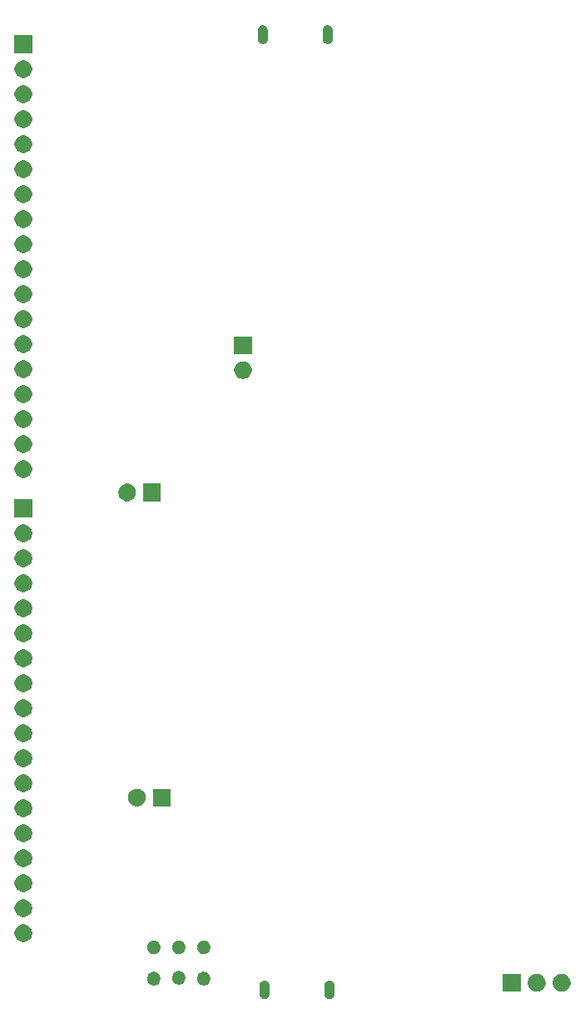
<source format=gbr>
G04 #@! TF.GenerationSoftware,KiCad,Pcbnew,(5.1.5-0-10_14)*
G04 #@! TF.CreationDate,2021-02-17T12:19:45-08:00*
G04 #@! TF.ProjectId,striVe_pcb,73747269-5665-45f7-9063-622e6b696361,rev?*
G04 #@! TF.SameCoordinates,Original*
G04 #@! TF.FileFunction,Soldermask,Bot*
G04 #@! TF.FilePolarity,Negative*
%FSLAX46Y46*%
G04 Gerber Fmt 4.6, Leading zero omitted, Abs format (unit mm)*
G04 Created by KiCad (PCBNEW (5.1.5-0-10_14)) date 2021-02-17 12:19:45*
%MOMM*%
%LPD*%
G04 APERTURE LIST*
%ADD10C,0.100000*%
G04 APERTURE END LIST*
D10*
G36*
X160539967Y-139590737D02*
G01*
X160634406Y-139619385D01*
X160721442Y-139665906D01*
X160797730Y-139728513D01*
X160860337Y-139804801D01*
X160906858Y-139891836D01*
X160935506Y-139986275D01*
X160942755Y-140059876D01*
X160942755Y-141009100D01*
X160935506Y-141082701D01*
X160906858Y-141177140D01*
X160860337Y-141264175D01*
X160797730Y-141340463D01*
X160721442Y-141403070D01*
X160634407Y-141449591D01*
X160539968Y-141478239D01*
X160441755Y-141487912D01*
X160343543Y-141478239D01*
X160249104Y-141449591D01*
X160162069Y-141403070D01*
X160085781Y-141340463D01*
X160023174Y-141264175D01*
X159976653Y-141177140D01*
X159948005Y-141082701D01*
X159940756Y-141009100D01*
X159940756Y-141009098D01*
X159940755Y-141009088D01*
X159940755Y-140059877D01*
X159948004Y-139986276D01*
X159976652Y-139891837D01*
X160023173Y-139804801D01*
X160085780Y-139728513D01*
X160162068Y-139665906D01*
X160249103Y-139619385D01*
X160343542Y-139590737D01*
X160441755Y-139581064D01*
X160539967Y-139590737D01*
G37*
G36*
X167139967Y-139590737D02*
G01*
X167234406Y-139619385D01*
X167321442Y-139665906D01*
X167397730Y-139728513D01*
X167460337Y-139804801D01*
X167506858Y-139891836D01*
X167535506Y-139986275D01*
X167542755Y-140059876D01*
X167542755Y-141009100D01*
X167535506Y-141082701D01*
X167506858Y-141177140D01*
X167460337Y-141264175D01*
X167397730Y-141340463D01*
X167321442Y-141403070D01*
X167234407Y-141449591D01*
X167139968Y-141478239D01*
X167041755Y-141487912D01*
X166943543Y-141478239D01*
X166849104Y-141449591D01*
X166762069Y-141403070D01*
X166685781Y-141340463D01*
X166623174Y-141264175D01*
X166576653Y-141177140D01*
X166548005Y-141082701D01*
X166540756Y-141009100D01*
X166540756Y-141009098D01*
X166540755Y-141009088D01*
X166540755Y-140059877D01*
X166548004Y-139986276D01*
X166576652Y-139891837D01*
X166623173Y-139804801D01*
X166685780Y-139728513D01*
X166762068Y-139665906D01*
X166849103Y-139619385D01*
X166943542Y-139590737D01*
X167041755Y-139581064D01*
X167139967Y-139590737D01*
G37*
G36*
X190778612Y-138930927D02*
G01*
X190927912Y-138960624D01*
X191091884Y-139028544D01*
X191239454Y-139127147D01*
X191364953Y-139252646D01*
X191463556Y-139400216D01*
X191531476Y-139564188D01*
X191548334Y-139648943D01*
X191564162Y-139728513D01*
X191566100Y-139738259D01*
X191566100Y-139915741D01*
X191531476Y-140089812D01*
X191463556Y-140253784D01*
X191364953Y-140401354D01*
X191239454Y-140526853D01*
X191091884Y-140625456D01*
X190927912Y-140693376D01*
X190778612Y-140723073D01*
X190753842Y-140728000D01*
X190576358Y-140728000D01*
X190551588Y-140723073D01*
X190402288Y-140693376D01*
X190238316Y-140625456D01*
X190090746Y-140526853D01*
X189965247Y-140401354D01*
X189866644Y-140253784D01*
X189798724Y-140089812D01*
X189764100Y-139915741D01*
X189764100Y-139738259D01*
X189766039Y-139728513D01*
X189781866Y-139648943D01*
X189798724Y-139564188D01*
X189866644Y-139400216D01*
X189965247Y-139252646D01*
X190090746Y-139127147D01*
X190238316Y-139028544D01*
X190402288Y-138960624D01*
X190551588Y-138930927D01*
X190576358Y-138926000D01*
X190753842Y-138926000D01*
X190778612Y-138930927D01*
G37*
G36*
X188238612Y-138930927D02*
G01*
X188387912Y-138960624D01*
X188551884Y-139028544D01*
X188699454Y-139127147D01*
X188824953Y-139252646D01*
X188923556Y-139400216D01*
X188991476Y-139564188D01*
X189008334Y-139648943D01*
X189024162Y-139728513D01*
X189026100Y-139738259D01*
X189026100Y-139915741D01*
X188991476Y-140089812D01*
X188923556Y-140253784D01*
X188824953Y-140401354D01*
X188699454Y-140526853D01*
X188551884Y-140625456D01*
X188387912Y-140693376D01*
X188238612Y-140723073D01*
X188213842Y-140728000D01*
X188036358Y-140728000D01*
X188011588Y-140723073D01*
X187862288Y-140693376D01*
X187698316Y-140625456D01*
X187550746Y-140526853D01*
X187425247Y-140401354D01*
X187326644Y-140253784D01*
X187258724Y-140089812D01*
X187224100Y-139915741D01*
X187224100Y-139738259D01*
X187226039Y-139728513D01*
X187241866Y-139648943D01*
X187258724Y-139564188D01*
X187326644Y-139400216D01*
X187425247Y-139252646D01*
X187550746Y-139127147D01*
X187698316Y-139028544D01*
X187862288Y-138960624D01*
X188011588Y-138930927D01*
X188036358Y-138926000D01*
X188213842Y-138926000D01*
X188238612Y-138930927D01*
G37*
G36*
X186486100Y-140728000D02*
G01*
X184684100Y-140728000D01*
X184684100Y-138926000D01*
X186486100Y-138926000D01*
X186486100Y-140728000D01*
G37*
G36*
X149360098Y-138738022D02*
G01*
X149484941Y-138789734D01*
X149484943Y-138789735D01*
X149487059Y-138791149D01*
X149597299Y-138864809D01*
X149692851Y-138960361D01*
X149767926Y-139072719D01*
X149819638Y-139197562D01*
X149846000Y-139330094D01*
X149846000Y-139465226D01*
X149819638Y-139597758D01*
X149767926Y-139722601D01*
X149767925Y-139722603D01*
X149692851Y-139834959D01*
X149597299Y-139930511D01*
X149484943Y-140005585D01*
X149484942Y-140005586D01*
X149484941Y-140005586D01*
X149360098Y-140057298D01*
X149227566Y-140083660D01*
X149092434Y-140083660D01*
X148959902Y-140057298D01*
X148835059Y-140005586D01*
X148835058Y-140005586D01*
X148835057Y-140005585D01*
X148722701Y-139930511D01*
X148627149Y-139834959D01*
X148552075Y-139722603D01*
X148552074Y-139722601D01*
X148500362Y-139597758D01*
X148474000Y-139465226D01*
X148474000Y-139330094D01*
X148500362Y-139197562D01*
X148552074Y-139072719D01*
X148627149Y-138960361D01*
X148722701Y-138864809D01*
X148832941Y-138791149D01*
X148835057Y-138789735D01*
X148835059Y-138789734D01*
X148959902Y-138738022D01*
X149092434Y-138711660D01*
X149227566Y-138711660D01*
X149360098Y-138738022D01*
G37*
G36*
X154440098Y-138738022D02*
G01*
X154564941Y-138789734D01*
X154564943Y-138789735D01*
X154567059Y-138791149D01*
X154677299Y-138864809D01*
X154772851Y-138960361D01*
X154847926Y-139072719D01*
X154899638Y-139197562D01*
X154926000Y-139330094D01*
X154926000Y-139465226D01*
X154899638Y-139597758D01*
X154847926Y-139722601D01*
X154847925Y-139722603D01*
X154772851Y-139834959D01*
X154677299Y-139930511D01*
X154564943Y-140005585D01*
X154564942Y-140005586D01*
X154564941Y-140005586D01*
X154440098Y-140057298D01*
X154307566Y-140083660D01*
X154172434Y-140083660D01*
X154039902Y-140057298D01*
X153915059Y-140005586D01*
X153915058Y-140005586D01*
X153915057Y-140005585D01*
X153802701Y-139930511D01*
X153707149Y-139834959D01*
X153632075Y-139722603D01*
X153632074Y-139722601D01*
X153580362Y-139597758D01*
X153554000Y-139465226D01*
X153554000Y-139330094D01*
X153580362Y-139197562D01*
X153632074Y-139072719D01*
X153707149Y-138960361D01*
X153802701Y-138864809D01*
X153912941Y-138791149D01*
X153915057Y-138789735D01*
X153915059Y-138789734D01*
X154039902Y-138738022D01*
X154172434Y-138711660D01*
X154307566Y-138711660D01*
X154440098Y-138738022D01*
G37*
G36*
X151900098Y-138664362D02*
G01*
X152024941Y-138716074D01*
X152024943Y-138716075D01*
X152137299Y-138791149D01*
X152232851Y-138886701D01*
X152282246Y-138960625D01*
X152307926Y-138999059D01*
X152359638Y-139123902D01*
X152386000Y-139256434D01*
X152386000Y-139391566D01*
X152359638Y-139524098D01*
X152320168Y-139619386D01*
X152307925Y-139648943D01*
X152232851Y-139761299D01*
X152137299Y-139856851D01*
X152024943Y-139931925D01*
X152024942Y-139931926D01*
X152024941Y-139931926D01*
X151900098Y-139983638D01*
X151767566Y-140010000D01*
X151632434Y-140010000D01*
X151499902Y-139983638D01*
X151375059Y-139931926D01*
X151375058Y-139931926D01*
X151375057Y-139931925D01*
X151262701Y-139856851D01*
X151167149Y-139761299D01*
X151092075Y-139648943D01*
X151079832Y-139619386D01*
X151040362Y-139524098D01*
X151014000Y-139391566D01*
X151014000Y-139256434D01*
X151040362Y-139123902D01*
X151092074Y-138999059D01*
X151117755Y-138960625D01*
X151167149Y-138886701D01*
X151262701Y-138791149D01*
X151375057Y-138716075D01*
X151375059Y-138716074D01*
X151499902Y-138664362D01*
X151632434Y-138638000D01*
X151767566Y-138638000D01*
X151900098Y-138664362D01*
G37*
G36*
X151900098Y-135542702D02*
G01*
X152024941Y-135594414D01*
X152024943Y-135594415D01*
X152115372Y-135654838D01*
X152137299Y-135669489D01*
X152232851Y-135765041D01*
X152307926Y-135877399D01*
X152359638Y-136002242D01*
X152386000Y-136134774D01*
X152386000Y-136269906D01*
X152359638Y-136402438D01*
X152307926Y-136527281D01*
X152307925Y-136527283D01*
X152232851Y-136639639D01*
X152137299Y-136735191D01*
X152024943Y-136810265D01*
X152024942Y-136810266D01*
X152024941Y-136810266D01*
X151900098Y-136861978D01*
X151767566Y-136888340D01*
X151632434Y-136888340D01*
X151499902Y-136861978D01*
X151375059Y-136810266D01*
X151375058Y-136810266D01*
X151375057Y-136810265D01*
X151262701Y-136735191D01*
X151167149Y-136639639D01*
X151092075Y-136527283D01*
X151092074Y-136527281D01*
X151040362Y-136402438D01*
X151014000Y-136269906D01*
X151014000Y-136134774D01*
X151040362Y-136002242D01*
X151092074Y-135877399D01*
X151167149Y-135765041D01*
X151262701Y-135669489D01*
X151284628Y-135654838D01*
X151375057Y-135594415D01*
X151375059Y-135594414D01*
X151499902Y-135542702D01*
X151632434Y-135516340D01*
X151767566Y-135516340D01*
X151900098Y-135542702D01*
G37*
G36*
X154440098Y-135542702D02*
G01*
X154564941Y-135594414D01*
X154564943Y-135594415D01*
X154655372Y-135654838D01*
X154677299Y-135669489D01*
X154772851Y-135765041D01*
X154847926Y-135877399D01*
X154899638Y-136002242D01*
X154926000Y-136134774D01*
X154926000Y-136269906D01*
X154899638Y-136402438D01*
X154847926Y-136527281D01*
X154847925Y-136527283D01*
X154772851Y-136639639D01*
X154677299Y-136735191D01*
X154564943Y-136810265D01*
X154564942Y-136810266D01*
X154564941Y-136810266D01*
X154440098Y-136861978D01*
X154307566Y-136888340D01*
X154172434Y-136888340D01*
X154039902Y-136861978D01*
X153915059Y-136810266D01*
X153915058Y-136810266D01*
X153915057Y-136810265D01*
X153802701Y-136735191D01*
X153707149Y-136639639D01*
X153632075Y-136527283D01*
X153632074Y-136527281D01*
X153580362Y-136402438D01*
X153554000Y-136269906D01*
X153554000Y-136134774D01*
X153580362Y-136002242D01*
X153632074Y-135877399D01*
X153707149Y-135765041D01*
X153802701Y-135669489D01*
X153824628Y-135654838D01*
X153915057Y-135594415D01*
X153915059Y-135594414D01*
X154039902Y-135542702D01*
X154172434Y-135516340D01*
X154307566Y-135516340D01*
X154440098Y-135542702D01*
G37*
G36*
X149360098Y-135542702D02*
G01*
X149484941Y-135594414D01*
X149484943Y-135594415D01*
X149575372Y-135654838D01*
X149597299Y-135669489D01*
X149692851Y-135765041D01*
X149767926Y-135877399D01*
X149819638Y-136002242D01*
X149846000Y-136134774D01*
X149846000Y-136269906D01*
X149819638Y-136402438D01*
X149767926Y-136527281D01*
X149767925Y-136527283D01*
X149692851Y-136639639D01*
X149597299Y-136735191D01*
X149484943Y-136810265D01*
X149484942Y-136810266D01*
X149484941Y-136810266D01*
X149360098Y-136861978D01*
X149227566Y-136888340D01*
X149092434Y-136888340D01*
X148959902Y-136861978D01*
X148835059Y-136810266D01*
X148835058Y-136810266D01*
X148835057Y-136810265D01*
X148722701Y-136735191D01*
X148627149Y-136639639D01*
X148552075Y-136527283D01*
X148552074Y-136527281D01*
X148500362Y-136402438D01*
X148474000Y-136269906D01*
X148474000Y-136134774D01*
X148500362Y-136002242D01*
X148552074Y-135877399D01*
X148627149Y-135765041D01*
X148722701Y-135669489D01*
X148744628Y-135654838D01*
X148835057Y-135594415D01*
X148835059Y-135594414D01*
X148959902Y-135542702D01*
X149092434Y-135516340D01*
X149227566Y-135516340D01*
X149360098Y-135542702D01*
G37*
G36*
X136013722Y-133892390D02*
G01*
X136163022Y-133922087D01*
X136326994Y-133990007D01*
X136474564Y-134088610D01*
X136600063Y-134214109D01*
X136698666Y-134361679D01*
X136766586Y-134525651D01*
X136801210Y-134699722D01*
X136801210Y-134877204D01*
X136766586Y-135051275D01*
X136698666Y-135215247D01*
X136600063Y-135362817D01*
X136474564Y-135488316D01*
X136326994Y-135586919D01*
X136163022Y-135654839D01*
X136013722Y-135684536D01*
X135988952Y-135689463D01*
X135811468Y-135689463D01*
X135786698Y-135684536D01*
X135637398Y-135654839D01*
X135473426Y-135586919D01*
X135325856Y-135488316D01*
X135200357Y-135362817D01*
X135101754Y-135215247D01*
X135033834Y-135051275D01*
X134999210Y-134877204D01*
X134999210Y-134699722D01*
X135033834Y-134525651D01*
X135101754Y-134361679D01*
X135200357Y-134214109D01*
X135325856Y-134088610D01*
X135473426Y-133990007D01*
X135637398Y-133922087D01*
X135786698Y-133892390D01*
X135811468Y-133887463D01*
X135988952Y-133887463D01*
X136013722Y-133892390D01*
G37*
G36*
X136013722Y-131352390D02*
G01*
X136163022Y-131382087D01*
X136326994Y-131450007D01*
X136474564Y-131548610D01*
X136600063Y-131674109D01*
X136698666Y-131821679D01*
X136766586Y-131985651D01*
X136801210Y-132159722D01*
X136801210Y-132337204D01*
X136766586Y-132511275D01*
X136698666Y-132675247D01*
X136600063Y-132822817D01*
X136474564Y-132948316D01*
X136326994Y-133046919D01*
X136163022Y-133114839D01*
X136013722Y-133144536D01*
X135988952Y-133149463D01*
X135811468Y-133149463D01*
X135786698Y-133144536D01*
X135637398Y-133114839D01*
X135473426Y-133046919D01*
X135325856Y-132948316D01*
X135200357Y-132822817D01*
X135101754Y-132675247D01*
X135033834Y-132511275D01*
X134999210Y-132337204D01*
X134999210Y-132159722D01*
X135033834Y-131985651D01*
X135101754Y-131821679D01*
X135200357Y-131674109D01*
X135325856Y-131548610D01*
X135473426Y-131450007D01*
X135637398Y-131382087D01*
X135786698Y-131352390D01*
X135811468Y-131347463D01*
X135988952Y-131347463D01*
X136013722Y-131352390D01*
G37*
G36*
X136013722Y-128812390D02*
G01*
X136163022Y-128842087D01*
X136326994Y-128910007D01*
X136474564Y-129008610D01*
X136600063Y-129134109D01*
X136698666Y-129281679D01*
X136766586Y-129445651D01*
X136801210Y-129619722D01*
X136801210Y-129797204D01*
X136766586Y-129971275D01*
X136698666Y-130135247D01*
X136600063Y-130282817D01*
X136474564Y-130408316D01*
X136326994Y-130506919D01*
X136163022Y-130574839D01*
X136013722Y-130604536D01*
X135988952Y-130609463D01*
X135811468Y-130609463D01*
X135786698Y-130604536D01*
X135637398Y-130574839D01*
X135473426Y-130506919D01*
X135325856Y-130408316D01*
X135200357Y-130282817D01*
X135101754Y-130135247D01*
X135033834Y-129971275D01*
X134999210Y-129797204D01*
X134999210Y-129619722D01*
X135033834Y-129445651D01*
X135101754Y-129281679D01*
X135200357Y-129134109D01*
X135325856Y-129008610D01*
X135473426Y-128910007D01*
X135637398Y-128842087D01*
X135786698Y-128812390D01*
X135811468Y-128807463D01*
X135988952Y-128807463D01*
X136013722Y-128812390D01*
G37*
G36*
X136013722Y-126272390D02*
G01*
X136163022Y-126302087D01*
X136326994Y-126370007D01*
X136474564Y-126468610D01*
X136600063Y-126594109D01*
X136698666Y-126741679D01*
X136766586Y-126905651D01*
X136801210Y-127079722D01*
X136801210Y-127257204D01*
X136766586Y-127431275D01*
X136698666Y-127595247D01*
X136600063Y-127742817D01*
X136474564Y-127868316D01*
X136326994Y-127966919D01*
X136163022Y-128034839D01*
X136013722Y-128064536D01*
X135988952Y-128069463D01*
X135811468Y-128069463D01*
X135786698Y-128064536D01*
X135637398Y-128034839D01*
X135473426Y-127966919D01*
X135325856Y-127868316D01*
X135200357Y-127742817D01*
X135101754Y-127595247D01*
X135033834Y-127431275D01*
X134999210Y-127257204D01*
X134999210Y-127079722D01*
X135033834Y-126905651D01*
X135101754Y-126741679D01*
X135200357Y-126594109D01*
X135325856Y-126468610D01*
X135473426Y-126370007D01*
X135637398Y-126302087D01*
X135786698Y-126272390D01*
X135811468Y-126267463D01*
X135988952Y-126267463D01*
X136013722Y-126272390D01*
G37*
G36*
X136013722Y-123732390D02*
G01*
X136163022Y-123762087D01*
X136326994Y-123830007D01*
X136474564Y-123928610D01*
X136600063Y-124054109D01*
X136698666Y-124201679D01*
X136766586Y-124365651D01*
X136801210Y-124539722D01*
X136801210Y-124717204D01*
X136766586Y-124891275D01*
X136698666Y-125055247D01*
X136600063Y-125202817D01*
X136474564Y-125328316D01*
X136326994Y-125426919D01*
X136163022Y-125494839D01*
X136013722Y-125524536D01*
X135988952Y-125529463D01*
X135811468Y-125529463D01*
X135786698Y-125524536D01*
X135637398Y-125494839D01*
X135473426Y-125426919D01*
X135325856Y-125328316D01*
X135200357Y-125202817D01*
X135101754Y-125055247D01*
X135033834Y-124891275D01*
X134999210Y-124717204D01*
X134999210Y-124539722D01*
X135033834Y-124365651D01*
X135101754Y-124201679D01*
X135200357Y-124054109D01*
X135325856Y-123928610D01*
X135473426Y-123830007D01*
X135637398Y-123762087D01*
X135786698Y-123732390D01*
X135811468Y-123727463D01*
X135988952Y-123727463D01*
X136013722Y-123732390D01*
G37*
G36*
X136013722Y-121192390D02*
G01*
X136163022Y-121222087D01*
X136326994Y-121290007D01*
X136474564Y-121388610D01*
X136600063Y-121514109D01*
X136698666Y-121661679D01*
X136766586Y-121825651D01*
X136801210Y-121999722D01*
X136801210Y-122177204D01*
X136766586Y-122351275D01*
X136698666Y-122515247D01*
X136600063Y-122662817D01*
X136474564Y-122788316D01*
X136326994Y-122886919D01*
X136163022Y-122954839D01*
X136013722Y-122984536D01*
X135988952Y-122989463D01*
X135811468Y-122989463D01*
X135786698Y-122984536D01*
X135637398Y-122954839D01*
X135473426Y-122886919D01*
X135325856Y-122788316D01*
X135200357Y-122662817D01*
X135101754Y-122515247D01*
X135033834Y-122351275D01*
X134999210Y-122177204D01*
X134999210Y-121999722D01*
X135033834Y-121825651D01*
X135101754Y-121661679D01*
X135200357Y-121514109D01*
X135325856Y-121388610D01*
X135473426Y-121290007D01*
X135637398Y-121222087D01*
X135786698Y-121192390D01*
X135811468Y-121187463D01*
X135988952Y-121187463D01*
X136013722Y-121192390D01*
G37*
G36*
X150901000Y-121901000D02*
G01*
X149099000Y-121901000D01*
X149099000Y-120099000D01*
X150901000Y-120099000D01*
X150901000Y-121901000D01*
G37*
G36*
X147573512Y-120103927D02*
G01*
X147722812Y-120133624D01*
X147886784Y-120201544D01*
X148034354Y-120300147D01*
X148159853Y-120425646D01*
X148258456Y-120573216D01*
X148326376Y-120737188D01*
X148361000Y-120911259D01*
X148361000Y-121088741D01*
X148326376Y-121262812D01*
X148258456Y-121426784D01*
X148159853Y-121574354D01*
X148034354Y-121699853D01*
X147886784Y-121798456D01*
X147722812Y-121866376D01*
X147573512Y-121896073D01*
X147548742Y-121901000D01*
X147371258Y-121901000D01*
X147346488Y-121896073D01*
X147197188Y-121866376D01*
X147033216Y-121798456D01*
X146885646Y-121699853D01*
X146760147Y-121574354D01*
X146661544Y-121426784D01*
X146593624Y-121262812D01*
X146559000Y-121088741D01*
X146559000Y-120911259D01*
X146593624Y-120737188D01*
X146661544Y-120573216D01*
X146760147Y-120425646D01*
X146885646Y-120300147D01*
X147033216Y-120201544D01*
X147197188Y-120133624D01*
X147346488Y-120103927D01*
X147371258Y-120099000D01*
X147548742Y-120099000D01*
X147573512Y-120103927D01*
G37*
G36*
X136013722Y-118652390D02*
G01*
X136163022Y-118682087D01*
X136326994Y-118750007D01*
X136474564Y-118848610D01*
X136600063Y-118974109D01*
X136698666Y-119121679D01*
X136766586Y-119285651D01*
X136801210Y-119459722D01*
X136801210Y-119637204D01*
X136766586Y-119811275D01*
X136698666Y-119975247D01*
X136600063Y-120122817D01*
X136474564Y-120248316D01*
X136326994Y-120346919D01*
X136163022Y-120414839D01*
X136013722Y-120444536D01*
X135988952Y-120449463D01*
X135811468Y-120449463D01*
X135786698Y-120444536D01*
X135637398Y-120414839D01*
X135473426Y-120346919D01*
X135325856Y-120248316D01*
X135200357Y-120122817D01*
X135101754Y-119975247D01*
X135033834Y-119811275D01*
X134999210Y-119637204D01*
X134999210Y-119459722D01*
X135033834Y-119285651D01*
X135101754Y-119121679D01*
X135200357Y-118974109D01*
X135325856Y-118848610D01*
X135473426Y-118750007D01*
X135637398Y-118682087D01*
X135786698Y-118652390D01*
X135811468Y-118647463D01*
X135988952Y-118647463D01*
X136013722Y-118652390D01*
G37*
G36*
X136013722Y-116112390D02*
G01*
X136163022Y-116142087D01*
X136326994Y-116210007D01*
X136474564Y-116308610D01*
X136600063Y-116434109D01*
X136698666Y-116581679D01*
X136766586Y-116745651D01*
X136801210Y-116919722D01*
X136801210Y-117097204D01*
X136766586Y-117271275D01*
X136698666Y-117435247D01*
X136600063Y-117582817D01*
X136474564Y-117708316D01*
X136326994Y-117806919D01*
X136163022Y-117874839D01*
X136013722Y-117904536D01*
X135988952Y-117909463D01*
X135811468Y-117909463D01*
X135786698Y-117904536D01*
X135637398Y-117874839D01*
X135473426Y-117806919D01*
X135325856Y-117708316D01*
X135200357Y-117582817D01*
X135101754Y-117435247D01*
X135033834Y-117271275D01*
X134999210Y-117097204D01*
X134999210Y-116919722D01*
X135033834Y-116745651D01*
X135101754Y-116581679D01*
X135200357Y-116434109D01*
X135325856Y-116308610D01*
X135473426Y-116210007D01*
X135637398Y-116142087D01*
X135786698Y-116112390D01*
X135811468Y-116107463D01*
X135988952Y-116107463D01*
X136013722Y-116112390D01*
G37*
G36*
X136013722Y-113572390D02*
G01*
X136163022Y-113602087D01*
X136326994Y-113670007D01*
X136474564Y-113768610D01*
X136600063Y-113894109D01*
X136698666Y-114041679D01*
X136766586Y-114205651D01*
X136801210Y-114379722D01*
X136801210Y-114557204D01*
X136766586Y-114731275D01*
X136698666Y-114895247D01*
X136600063Y-115042817D01*
X136474564Y-115168316D01*
X136326994Y-115266919D01*
X136163022Y-115334839D01*
X136013722Y-115364536D01*
X135988952Y-115369463D01*
X135811468Y-115369463D01*
X135786698Y-115364536D01*
X135637398Y-115334839D01*
X135473426Y-115266919D01*
X135325856Y-115168316D01*
X135200357Y-115042817D01*
X135101754Y-114895247D01*
X135033834Y-114731275D01*
X134999210Y-114557204D01*
X134999210Y-114379722D01*
X135033834Y-114205651D01*
X135101754Y-114041679D01*
X135200357Y-113894109D01*
X135325856Y-113768610D01*
X135473426Y-113670007D01*
X135637398Y-113602087D01*
X135786698Y-113572390D01*
X135811468Y-113567463D01*
X135988952Y-113567463D01*
X136013722Y-113572390D01*
G37*
G36*
X136013722Y-111032390D02*
G01*
X136163022Y-111062087D01*
X136326994Y-111130007D01*
X136474564Y-111228610D01*
X136600063Y-111354109D01*
X136698666Y-111501679D01*
X136766586Y-111665651D01*
X136801210Y-111839722D01*
X136801210Y-112017204D01*
X136766586Y-112191275D01*
X136698666Y-112355247D01*
X136600063Y-112502817D01*
X136474564Y-112628316D01*
X136326994Y-112726919D01*
X136163022Y-112794839D01*
X136013722Y-112824536D01*
X135988952Y-112829463D01*
X135811468Y-112829463D01*
X135786698Y-112824536D01*
X135637398Y-112794839D01*
X135473426Y-112726919D01*
X135325856Y-112628316D01*
X135200357Y-112502817D01*
X135101754Y-112355247D01*
X135033834Y-112191275D01*
X134999210Y-112017204D01*
X134999210Y-111839722D01*
X135033834Y-111665651D01*
X135101754Y-111501679D01*
X135200357Y-111354109D01*
X135325856Y-111228610D01*
X135473426Y-111130007D01*
X135637398Y-111062087D01*
X135786698Y-111032390D01*
X135811468Y-111027463D01*
X135988952Y-111027463D01*
X136013722Y-111032390D01*
G37*
G36*
X136013722Y-108492390D02*
G01*
X136163022Y-108522087D01*
X136326994Y-108590007D01*
X136474564Y-108688610D01*
X136600063Y-108814109D01*
X136698666Y-108961679D01*
X136766586Y-109125651D01*
X136801210Y-109299722D01*
X136801210Y-109477204D01*
X136766586Y-109651275D01*
X136698666Y-109815247D01*
X136600063Y-109962817D01*
X136474564Y-110088316D01*
X136326994Y-110186919D01*
X136163022Y-110254839D01*
X136013722Y-110284536D01*
X135988952Y-110289463D01*
X135811468Y-110289463D01*
X135786698Y-110284536D01*
X135637398Y-110254839D01*
X135473426Y-110186919D01*
X135325856Y-110088316D01*
X135200357Y-109962817D01*
X135101754Y-109815247D01*
X135033834Y-109651275D01*
X134999210Y-109477204D01*
X134999210Y-109299722D01*
X135033834Y-109125651D01*
X135101754Y-108961679D01*
X135200357Y-108814109D01*
X135325856Y-108688610D01*
X135473426Y-108590007D01*
X135637398Y-108522087D01*
X135786698Y-108492390D01*
X135811468Y-108487463D01*
X135988952Y-108487463D01*
X136013722Y-108492390D01*
G37*
G36*
X136013722Y-105952390D02*
G01*
X136163022Y-105982087D01*
X136326994Y-106050007D01*
X136474564Y-106148610D01*
X136600063Y-106274109D01*
X136698666Y-106421679D01*
X136766586Y-106585651D01*
X136801210Y-106759722D01*
X136801210Y-106937204D01*
X136766586Y-107111275D01*
X136698666Y-107275247D01*
X136600063Y-107422817D01*
X136474564Y-107548316D01*
X136326994Y-107646919D01*
X136163022Y-107714839D01*
X136013722Y-107744536D01*
X135988952Y-107749463D01*
X135811468Y-107749463D01*
X135786698Y-107744536D01*
X135637398Y-107714839D01*
X135473426Y-107646919D01*
X135325856Y-107548316D01*
X135200357Y-107422817D01*
X135101754Y-107275247D01*
X135033834Y-107111275D01*
X134999210Y-106937204D01*
X134999210Y-106759722D01*
X135033834Y-106585651D01*
X135101754Y-106421679D01*
X135200357Y-106274109D01*
X135325856Y-106148610D01*
X135473426Y-106050007D01*
X135637398Y-105982087D01*
X135786698Y-105952390D01*
X135811468Y-105947463D01*
X135988952Y-105947463D01*
X136013722Y-105952390D01*
G37*
G36*
X136013722Y-103412390D02*
G01*
X136163022Y-103442087D01*
X136326994Y-103510007D01*
X136474564Y-103608610D01*
X136600063Y-103734109D01*
X136698666Y-103881679D01*
X136766586Y-104045651D01*
X136801210Y-104219722D01*
X136801210Y-104397204D01*
X136766586Y-104571275D01*
X136698666Y-104735247D01*
X136600063Y-104882817D01*
X136474564Y-105008316D01*
X136326994Y-105106919D01*
X136163022Y-105174839D01*
X136013722Y-105204536D01*
X135988952Y-105209463D01*
X135811468Y-105209463D01*
X135786698Y-105204536D01*
X135637398Y-105174839D01*
X135473426Y-105106919D01*
X135325856Y-105008316D01*
X135200357Y-104882817D01*
X135101754Y-104735247D01*
X135033834Y-104571275D01*
X134999210Y-104397204D01*
X134999210Y-104219722D01*
X135033834Y-104045651D01*
X135101754Y-103881679D01*
X135200357Y-103734109D01*
X135325856Y-103608610D01*
X135473426Y-103510007D01*
X135637398Y-103442087D01*
X135786698Y-103412390D01*
X135811468Y-103407463D01*
X135988952Y-103407463D01*
X136013722Y-103412390D01*
G37*
G36*
X136013722Y-100872390D02*
G01*
X136163022Y-100902087D01*
X136326994Y-100970007D01*
X136474564Y-101068610D01*
X136600063Y-101194109D01*
X136698666Y-101341679D01*
X136766586Y-101505651D01*
X136801210Y-101679722D01*
X136801210Y-101857204D01*
X136766586Y-102031275D01*
X136698666Y-102195247D01*
X136600063Y-102342817D01*
X136474564Y-102468316D01*
X136326994Y-102566919D01*
X136163022Y-102634839D01*
X136013722Y-102664536D01*
X135988952Y-102669463D01*
X135811468Y-102669463D01*
X135786698Y-102664536D01*
X135637398Y-102634839D01*
X135473426Y-102566919D01*
X135325856Y-102468316D01*
X135200357Y-102342817D01*
X135101754Y-102195247D01*
X135033834Y-102031275D01*
X134999210Y-101857204D01*
X134999210Y-101679722D01*
X135033834Y-101505651D01*
X135101754Y-101341679D01*
X135200357Y-101194109D01*
X135325856Y-101068610D01*
X135473426Y-100970007D01*
X135637398Y-100902087D01*
X135786698Y-100872390D01*
X135811468Y-100867463D01*
X135988952Y-100867463D01*
X136013722Y-100872390D01*
G37*
G36*
X136013722Y-98332390D02*
G01*
X136163022Y-98362087D01*
X136326994Y-98430007D01*
X136474564Y-98528610D01*
X136600063Y-98654109D01*
X136698666Y-98801679D01*
X136766586Y-98965651D01*
X136801210Y-99139722D01*
X136801210Y-99317204D01*
X136766586Y-99491275D01*
X136698666Y-99655247D01*
X136600063Y-99802817D01*
X136474564Y-99928316D01*
X136326994Y-100026919D01*
X136163022Y-100094839D01*
X136013722Y-100124536D01*
X135988952Y-100129463D01*
X135811468Y-100129463D01*
X135786698Y-100124536D01*
X135637398Y-100094839D01*
X135473426Y-100026919D01*
X135325856Y-99928316D01*
X135200357Y-99802817D01*
X135101754Y-99655247D01*
X135033834Y-99491275D01*
X134999210Y-99317204D01*
X134999210Y-99139722D01*
X135033834Y-98965651D01*
X135101754Y-98801679D01*
X135200357Y-98654109D01*
X135325856Y-98528610D01*
X135473426Y-98430007D01*
X135637398Y-98362087D01*
X135786698Y-98332390D01*
X135811468Y-98327463D01*
X135988952Y-98327463D01*
X136013722Y-98332390D01*
G37*
G36*
X136013722Y-95792390D02*
G01*
X136163022Y-95822087D01*
X136326994Y-95890007D01*
X136474564Y-95988610D01*
X136600063Y-96114109D01*
X136698666Y-96261679D01*
X136766586Y-96425651D01*
X136801210Y-96599722D01*
X136801210Y-96777204D01*
X136766586Y-96951275D01*
X136698666Y-97115247D01*
X136600063Y-97262817D01*
X136474564Y-97388316D01*
X136326994Y-97486919D01*
X136163022Y-97554839D01*
X136013722Y-97584536D01*
X135988952Y-97589463D01*
X135811468Y-97589463D01*
X135786698Y-97584536D01*
X135637398Y-97554839D01*
X135473426Y-97486919D01*
X135325856Y-97388316D01*
X135200357Y-97262817D01*
X135101754Y-97115247D01*
X135033834Y-96951275D01*
X134999210Y-96777204D01*
X134999210Y-96599722D01*
X135033834Y-96425651D01*
X135101754Y-96261679D01*
X135200357Y-96114109D01*
X135325856Y-95988610D01*
X135473426Y-95890007D01*
X135637398Y-95822087D01*
X135786698Y-95792390D01*
X135811468Y-95787463D01*
X135988952Y-95787463D01*
X136013722Y-95792390D01*
G37*
G36*
X136013722Y-93252390D02*
G01*
X136163022Y-93282087D01*
X136326994Y-93350007D01*
X136474564Y-93448610D01*
X136600063Y-93574109D01*
X136698666Y-93721679D01*
X136766586Y-93885651D01*
X136801210Y-94059722D01*
X136801210Y-94237204D01*
X136766586Y-94411275D01*
X136698666Y-94575247D01*
X136600063Y-94722817D01*
X136474564Y-94848316D01*
X136326994Y-94946919D01*
X136163022Y-95014839D01*
X136013722Y-95044536D01*
X135988952Y-95049463D01*
X135811468Y-95049463D01*
X135786698Y-95044536D01*
X135637398Y-95014839D01*
X135473426Y-94946919D01*
X135325856Y-94848316D01*
X135200357Y-94722817D01*
X135101754Y-94575247D01*
X135033834Y-94411275D01*
X134999210Y-94237204D01*
X134999210Y-94059722D01*
X135033834Y-93885651D01*
X135101754Y-93721679D01*
X135200357Y-93574109D01*
X135325856Y-93448610D01*
X135473426Y-93350007D01*
X135637398Y-93282087D01*
X135786698Y-93252390D01*
X135811468Y-93247463D01*
X135988952Y-93247463D01*
X136013722Y-93252390D01*
G37*
G36*
X136801210Y-92509463D02*
G01*
X134999210Y-92509463D01*
X134999210Y-90707463D01*
X136801210Y-90707463D01*
X136801210Y-92509463D01*
G37*
G36*
X149901000Y-90901000D02*
G01*
X148099000Y-90901000D01*
X148099000Y-89099000D01*
X149901000Y-89099000D01*
X149901000Y-90901000D01*
G37*
G36*
X146573512Y-89103927D02*
G01*
X146722812Y-89133624D01*
X146886784Y-89201544D01*
X147034354Y-89300147D01*
X147159853Y-89425646D01*
X147258456Y-89573216D01*
X147326376Y-89737188D01*
X147361000Y-89911259D01*
X147361000Y-90088741D01*
X147326376Y-90262812D01*
X147258456Y-90426784D01*
X147159853Y-90574354D01*
X147034354Y-90699853D01*
X146886784Y-90798456D01*
X146722812Y-90866376D01*
X146573512Y-90896073D01*
X146548742Y-90901000D01*
X146371258Y-90901000D01*
X146346488Y-90896073D01*
X146197188Y-90866376D01*
X146033216Y-90798456D01*
X145885646Y-90699853D01*
X145760147Y-90574354D01*
X145661544Y-90426784D01*
X145593624Y-90262812D01*
X145559000Y-90088741D01*
X145559000Y-89911259D01*
X145593624Y-89737188D01*
X145661544Y-89573216D01*
X145760147Y-89425646D01*
X145885646Y-89300147D01*
X146033216Y-89201544D01*
X146197188Y-89133624D01*
X146346488Y-89103927D01*
X146371258Y-89099000D01*
X146548742Y-89099000D01*
X146573512Y-89103927D01*
G37*
G36*
X136003512Y-86733927D02*
G01*
X136152812Y-86763624D01*
X136316784Y-86831544D01*
X136464354Y-86930147D01*
X136589853Y-87055646D01*
X136688456Y-87203216D01*
X136756376Y-87367188D01*
X136791000Y-87541259D01*
X136791000Y-87718741D01*
X136756376Y-87892812D01*
X136688456Y-88056784D01*
X136589853Y-88204354D01*
X136464354Y-88329853D01*
X136316784Y-88428456D01*
X136152812Y-88496376D01*
X136003512Y-88526073D01*
X135978742Y-88531000D01*
X135801258Y-88531000D01*
X135776488Y-88526073D01*
X135627188Y-88496376D01*
X135463216Y-88428456D01*
X135315646Y-88329853D01*
X135190147Y-88204354D01*
X135091544Y-88056784D01*
X135023624Y-87892812D01*
X134989000Y-87718741D01*
X134989000Y-87541259D01*
X135023624Y-87367188D01*
X135091544Y-87203216D01*
X135190147Y-87055646D01*
X135315646Y-86930147D01*
X135463216Y-86831544D01*
X135627188Y-86763624D01*
X135776488Y-86733927D01*
X135801258Y-86729000D01*
X135978742Y-86729000D01*
X136003512Y-86733927D01*
G37*
G36*
X136003512Y-84193927D02*
G01*
X136152812Y-84223624D01*
X136316784Y-84291544D01*
X136464354Y-84390147D01*
X136589853Y-84515646D01*
X136688456Y-84663216D01*
X136756376Y-84827188D01*
X136791000Y-85001259D01*
X136791000Y-85178741D01*
X136756376Y-85352812D01*
X136688456Y-85516784D01*
X136589853Y-85664354D01*
X136464354Y-85789853D01*
X136316784Y-85888456D01*
X136152812Y-85956376D01*
X136003512Y-85986073D01*
X135978742Y-85991000D01*
X135801258Y-85991000D01*
X135776488Y-85986073D01*
X135627188Y-85956376D01*
X135463216Y-85888456D01*
X135315646Y-85789853D01*
X135190147Y-85664354D01*
X135091544Y-85516784D01*
X135023624Y-85352812D01*
X134989000Y-85178741D01*
X134989000Y-85001259D01*
X135023624Y-84827188D01*
X135091544Y-84663216D01*
X135190147Y-84515646D01*
X135315646Y-84390147D01*
X135463216Y-84291544D01*
X135627188Y-84223624D01*
X135776488Y-84193927D01*
X135801258Y-84189000D01*
X135978742Y-84189000D01*
X136003512Y-84193927D01*
G37*
G36*
X136003512Y-81653927D02*
G01*
X136152812Y-81683624D01*
X136316784Y-81751544D01*
X136464354Y-81850147D01*
X136589853Y-81975646D01*
X136688456Y-82123216D01*
X136756376Y-82287188D01*
X136791000Y-82461259D01*
X136791000Y-82638741D01*
X136756376Y-82812812D01*
X136688456Y-82976784D01*
X136589853Y-83124354D01*
X136464354Y-83249853D01*
X136316784Y-83348456D01*
X136152812Y-83416376D01*
X136003512Y-83446073D01*
X135978742Y-83451000D01*
X135801258Y-83451000D01*
X135776488Y-83446073D01*
X135627188Y-83416376D01*
X135463216Y-83348456D01*
X135315646Y-83249853D01*
X135190147Y-83124354D01*
X135091544Y-82976784D01*
X135023624Y-82812812D01*
X134989000Y-82638741D01*
X134989000Y-82461259D01*
X135023624Y-82287188D01*
X135091544Y-82123216D01*
X135190147Y-81975646D01*
X135315646Y-81850147D01*
X135463216Y-81751544D01*
X135627188Y-81683624D01*
X135776488Y-81653927D01*
X135801258Y-81649000D01*
X135978742Y-81649000D01*
X136003512Y-81653927D01*
G37*
G36*
X136003512Y-79113927D02*
G01*
X136152812Y-79143624D01*
X136316784Y-79211544D01*
X136464354Y-79310147D01*
X136589853Y-79435646D01*
X136688456Y-79583216D01*
X136756376Y-79747188D01*
X136791000Y-79921259D01*
X136791000Y-80098741D01*
X136756376Y-80272812D01*
X136688456Y-80436784D01*
X136589853Y-80584354D01*
X136464354Y-80709853D01*
X136316784Y-80808456D01*
X136152812Y-80876376D01*
X136003512Y-80906073D01*
X135978742Y-80911000D01*
X135801258Y-80911000D01*
X135776488Y-80906073D01*
X135627188Y-80876376D01*
X135463216Y-80808456D01*
X135315646Y-80709853D01*
X135190147Y-80584354D01*
X135091544Y-80436784D01*
X135023624Y-80272812D01*
X134989000Y-80098741D01*
X134989000Y-79921259D01*
X135023624Y-79747188D01*
X135091544Y-79583216D01*
X135190147Y-79435646D01*
X135315646Y-79310147D01*
X135463216Y-79211544D01*
X135627188Y-79143624D01*
X135776488Y-79113927D01*
X135801258Y-79109000D01*
X135978742Y-79109000D01*
X136003512Y-79113927D01*
G37*
G36*
X158355512Y-76675527D02*
G01*
X158504812Y-76705224D01*
X158668784Y-76773144D01*
X158816354Y-76871747D01*
X158941853Y-76997246D01*
X159040456Y-77144816D01*
X159108376Y-77308788D01*
X159143000Y-77482859D01*
X159143000Y-77660341D01*
X159108376Y-77834412D01*
X159040456Y-77998384D01*
X158941853Y-78145954D01*
X158816354Y-78271453D01*
X158668784Y-78370056D01*
X158504812Y-78437976D01*
X158355512Y-78467673D01*
X158330742Y-78472600D01*
X158153258Y-78472600D01*
X158128488Y-78467673D01*
X157979188Y-78437976D01*
X157815216Y-78370056D01*
X157667646Y-78271453D01*
X157542147Y-78145954D01*
X157443544Y-77998384D01*
X157375624Y-77834412D01*
X157341000Y-77660341D01*
X157341000Y-77482859D01*
X157375624Y-77308788D01*
X157443544Y-77144816D01*
X157542147Y-76997246D01*
X157667646Y-76871747D01*
X157815216Y-76773144D01*
X157979188Y-76705224D01*
X158128488Y-76675527D01*
X158153258Y-76670600D01*
X158330742Y-76670600D01*
X158355512Y-76675527D01*
G37*
G36*
X136003512Y-76573927D02*
G01*
X136152812Y-76603624D01*
X136316784Y-76671544D01*
X136464354Y-76770147D01*
X136589853Y-76895646D01*
X136688456Y-77043216D01*
X136756376Y-77207188D01*
X136791000Y-77381259D01*
X136791000Y-77558741D01*
X136756376Y-77732812D01*
X136688456Y-77896784D01*
X136589853Y-78044354D01*
X136464354Y-78169853D01*
X136316784Y-78268456D01*
X136152812Y-78336376D01*
X136003512Y-78366073D01*
X135978742Y-78371000D01*
X135801258Y-78371000D01*
X135776488Y-78366073D01*
X135627188Y-78336376D01*
X135463216Y-78268456D01*
X135315646Y-78169853D01*
X135190147Y-78044354D01*
X135091544Y-77896784D01*
X135023624Y-77732812D01*
X134989000Y-77558741D01*
X134989000Y-77381259D01*
X135023624Y-77207188D01*
X135091544Y-77043216D01*
X135190147Y-76895646D01*
X135315646Y-76770147D01*
X135463216Y-76671544D01*
X135627188Y-76603624D01*
X135776488Y-76573927D01*
X135801258Y-76569000D01*
X135978742Y-76569000D01*
X136003512Y-76573927D01*
G37*
G36*
X159143000Y-75932600D02*
G01*
X157341000Y-75932600D01*
X157341000Y-74130600D01*
X159143000Y-74130600D01*
X159143000Y-75932600D01*
G37*
G36*
X136003512Y-74033927D02*
G01*
X136152812Y-74063624D01*
X136316784Y-74131544D01*
X136464354Y-74230147D01*
X136589853Y-74355646D01*
X136688456Y-74503216D01*
X136756376Y-74667188D01*
X136791000Y-74841259D01*
X136791000Y-75018741D01*
X136756376Y-75192812D01*
X136688456Y-75356784D01*
X136589853Y-75504354D01*
X136464354Y-75629853D01*
X136316784Y-75728456D01*
X136152812Y-75796376D01*
X136003512Y-75826073D01*
X135978742Y-75831000D01*
X135801258Y-75831000D01*
X135776488Y-75826073D01*
X135627188Y-75796376D01*
X135463216Y-75728456D01*
X135315646Y-75629853D01*
X135190147Y-75504354D01*
X135091544Y-75356784D01*
X135023624Y-75192812D01*
X134989000Y-75018741D01*
X134989000Y-74841259D01*
X135023624Y-74667188D01*
X135091544Y-74503216D01*
X135190147Y-74355646D01*
X135315646Y-74230147D01*
X135463216Y-74131544D01*
X135627188Y-74063624D01*
X135776488Y-74033927D01*
X135801258Y-74029000D01*
X135978742Y-74029000D01*
X136003512Y-74033927D01*
G37*
G36*
X136003512Y-71493927D02*
G01*
X136152812Y-71523624D01*
X136316784Y-71591544D01*
X136464354Y-71690147D01*
X136589853Y-71815646D01*
X136688456Y-71963216D01*
X136756376Y-72127188D01*
X136791000Y-72301259D01*
X136791000Y-72478741D01*
X136756376Y-72652812D01*
X136688456Y-72816784D01*
X136589853Y-72964354D01*
X136464354Y-73089853D01*
X136316784Y-73188456D01*
X136152812Y-73256376D01*
X136003512Y-73286073D01*
X135978742Y-73291000D01*
X135801258Y-73291000D01*
X135776488Y-73286073D01*
X135627188Y-73256376D01*
X135463216Y-73188456D01*
X135315646Y-73089853D01*
X135190147Y-72964354D01*
X135091544Y-72816784D01*
X135023624Y-72652812D01*
X134989000Y-72478741D01*
X134989000Y-72301259D01*
X135023624Y-72127188D01*
X135091544Y-71963216D01*
X135190147Y-71815646D01*
X135315646Y-71690147D01*
X135463216Y-71591544D01*
X135627188Y-71523624D01*
X135776488Y-71493927D01*
X135801258Y-71489000D01*
X135978742Y-71489000D01*
X136003512Y-71493927D01*
G37*
G36*
X136003512Y-68953927D02*
G01*
X136152812Y-68983624D01*
X136316784Y-69051544D01*
X136464354Y-69150147D01*
X136589853Y-69275646D01*
X136688456Y-69423216D01*
X136756376Y-69587188D01*
X136791000Y-69761259D01*
X136791000Y-69938741D01*
X136756376Y-70112812D01*
X136688456Y-70276784D01*
X136589853Y-70424354D01*
X136464354Y-70549853D01*
X136316784Y-70648456D01*
X136152812Y-70716376D01*
X136003512Y-70746073D01*
X135978742Y-70751000D01*
X135801258Y-70751000D01*
X135776488Y-70746073D01*
X135627188Y-70716376D01*
X135463216Y-70648456D01*
X135315646Y-70549853D01*
X135190147Y-70424354D01*
X135091544Y-70276784D01*
X135023624Y-70112812D01*
X134989000Y-69938741D01*
X134989000Y-69761259D01*
X135023624Y-69587188D01*
X135091544Y-69423216D01*
X135190147Y-69275646D01*
X135315646Y-69150147D01*
X135463216Y-69051544D01*
X135627188Y-68983624D01*
X135776488Y-68953927D01*
X135801258Y-68949000D01*
X135978742Y-68949000D01*
X136003512Y-68953927D01*
G37*
G36*
X136003512Y-66413927D02*
G01*
X136152812Y-66443624D01*
X136316784Y-66511544D01*
X136464354Y-66610147D01*
X136589853Y-66735646D01*
X136688456Y-66883216D01*
X136756376Y-67047188D01*
X136791000Y-67221259D01*
X136791000Y-67398741D01*
X136756376Y-67572812D01*
X136688456Y-67736784D01*
X136589853Y-67884354D01*
X136464354Y-68009853D01*
X136316784Y-68108456D01*
X136152812Y-68176376D01*
X136003512Y-68206073D01*
X135978742Y-68211000D01*
X135801258Y-68211000D01*
X135776488Y-68206073D01*
X135627188Y-68176376D01*
X135463216Y-68108456D01*
X135315646Y-68009853D01*
X135190147Y-67884354D01*
X135091544Y-67736784D01*
X135023624Y-67572812D01*
X134989000Y-67398741D01*
X134989000Y-67221259D01*
X135023624Y-67047188D01*
X135091544Y-66883216D01*
X135190147Y-66735646D01*
X135315646Y-66610147D01*
X135463216Y-66511544D01*
X135627188Y-66443624D01*
X135776488Y-66413927D01*
X135801258Y-66409000D01*
X135978742Y-66409000D01*
X136003512Y-66413927D01*
G37*
G36*
X136003512Y-63873927D02*
G01*
X136152812Y-63903624D01*
X136316784Y-63971544D01*
X136464354Y-64070147D01*
X136589853Y-64195646D01*
X136688456Y-64343216D01*
X136756376Y-64507188D01*
X136791000Y-64681259D01*
X136791000Y-64858741D01*
X136756376Y-65032812D01*
X136688456Y-65196784D01*
X136589853Y-65344354D01*
X136464354Y-65469853D01*
X136316784Y-65568456D01*
X136152812Y-65636376D01*
X136003512Y-65666073D01*
X135978742Y-65671000D01*
X135801258Y-65671000D01*
X135776488Y-65666073D01*
X135627188Y-65636376D01*
X135463216Y-65568456D01*
X135315646Y-65469853D01*
X135190147Y-65344354D01*
X135091544Y-65196784D01*
X135023624Y-65032812D01*
X134989000Y-64858741D01*
X134989000Y-64681259D01*
X135023624Y-64507188D01*
X135091544Y-64343216D01*
X135190147Y-64195646D01*
X135315646Y-64070147D01*
X135463216Y-63971544D01*
X135627188Y-63903624D01*
X135776488Y-63873927D01*
X135801258Y-63869000D01*
X135978742Y-63869000D01*
X136003512Y-63873927D01*
G37*
G36*
X136003512Y-61333927D02*
G01*
X136152812Y-61363624D01*
X136316784Y-61431544D01*
X136464354Y-61530147D01*
X136589853Y-61655646D01*
X136688456Y-61803216D01*
X136756376Y-61967188D01*
X136791000Y-62141259D01*
X136791000Y-62318741D01*
X136756376Y-62492812D01*
X136688456Y-62656784D01*
X136589853Y-62804354D01*
X136464354Y-62929853D01*
X136316784Y-63028456D01*
X136152812Y-63096376D01*
X136003512Y-63126073D01*
X135978742Y-63131000D01*
X135801258Y-63131000D01*
X135776488Y-63126073D01*
X135627188Y-63096376D01*
X135463216Y-63028456D01*
X135315646Y-62929853D01*
X135190147Y-62804354D01*
X135091544Y-62656784D01*
X135023624Y-62492812D01*
X134989000Y-62318741D01*
X134989000Y-62141259D01*
X135023624Y-61967188D01*
X135091544Y-61803216D01*
X135190147Y-61655646D01*
X135315646Y-61530147D01*
X135463216Y-61431544D01*
X135627188Y-61363624D01*
X135776488Y-61333927D01*
X135801258Y-61329000D01*
X135978742Y-61329000D01*
X136003512Y-61333927D01*
G37*
G36*
X136003512Y-58793927D02*
G01*
X136152812Y-58823624D01*
X136316784Y-58891544D01*
X136464354Y-58990147D01*
X136589853Y-59115646D01*
X136688456Y-59263216D01*
X136756376Y-59427188D01*
X136791000Y-59601259D01*
X136791000Y-59778741D01*
X136756376Y-59952812D01*
X136688456Y-60116784D01*
X136589853Y-60264354D01*
X136464354Y-60389853D01*
X136316784Y-60488456D01*
X136152812Y-60556376D01*
X136003512Y-60586073D01*
X135978742Y-60591000D01*
X135801258Y-60591000D01*
X135776488Y-60586073D01*
X135627188Y-60556376D01*
X135463216Y-60488456D01*
X135315646Y-60389853D01*
X135190147Y-60264354D01*
X135091544Y-60116784D01*
X135023624Y-59952812D01*
X134989000Y-59778741D01*
X134989000Y-59601259D01*
X135023624Y-59427188D01*
X135091544Y-59263216D01*
X135190147Y-59115646D01*
X135315646Y-58990147D01*
X135463216Y-58891544D01*
X135627188Y-58823624D01*
X135776488Y-58793927D01*
X135801258Y-58789000D01*
X135978742Y-58789000D01*
X136003512Y-58793927D01*
G37*
G36*
X136003512Y-56253927D02*
G01*
X136152812Y-56283624D01*
X136316784Y-56351544D01*
X136464354Y-56450147D01*
X136589853Y-56575646D01*
X136688456Y-56723216D01*
X136756376Y-56887188D01*
X136791000Y-57061259D01*
X136791000Y-57238741D01*
X136756376Y-57412812D01*
X136688456Y-57576784D01*
X136589853Y-57724354D01*
X136464354Y-57849853D01*
X136316784Y-57948456D01*
X136152812Y-58016376D01*
X136003512Y-58046073D01*
X135978742Y-58051000D01*
X135801258Y-58051000D01*
X135776488Y-58046073D01*
X135627188Y-58016376D01*
X135463216Y-57948456D01*
X135315646Y-57849853D01*
X135190147Y-57724354D01*
X135091544Y-57576784D01*
X135023624Y-57412812D01*
X134989000Y-57238741D01*
X134989000Y-57061259D01*
X135023624Y-56887188D01*
X135091544Y-56723216D01*
X135190147Y-56575646D01*
X135315646Y-56450147D01*
X135463216Y-56351544D01*
X135627188Y-56283624D01*
X135776488Y-56253927D01*
X135801258Y-56249000D01*
X135978742Y-56249000D01*
X136003512Y-56253927D01*
G37*
G36*
X136003512Y-53713927D02*
G01*
X136152812Y-53743624D01*
X136316784Y-53811544D01*
X136464354Y-53910147D01*
X136589853Y-54035646D01*
X136688456Y-54183216D01*
X136756376Y-54347188D01*
X136791000Y-54521259D01*
X136791000Y-54698741D01*
X136756376Y-54872812D01*
X136688456Y-55036784D01*
X136589853Y-55184354D01*
X136464354Y-55309853D01*
X136316784Y-55408456D01*
X136152812Y-55476376D01*
X136003512Y-55506073D01*
X135978742Y-55511000D01*
X135801258Y-55511000D01*
X135776488Y-55506073D01*
X135627188Y-55476376D01*
X135463216Y-55408456D01*
X135315646Y-55309853D01*
X135190147Y-55184354D01*
X135091544Y-55036784D01*
X135023624Y-54872812D01*
X134989000Y-54698741D01*
X134989000Y-54521259D01*
X135023624Y-54347188D01*
X135091544Y-54183216D01*
X135190147Y-54035646D01*
X135315646Y-53910147D01*
X135463216Y-53811544D01*
X135627188Y-53743624D01*
X135776488Y-53713927D01*
X135801258Y-53709000D01*
X135978742Y-53709000D01*
X136003512Y-53713927D01*
G37*
G36*
X136003512Y-51173927D02*
G01*
X136152812Y-51203624D01*
X136316784Y-51271544D01*
X136464354Y-51370147D01*
X136589853Y-51495646D01*
X136688456Y-51643216D01*
X136756376Y-51807188D01*
X136791000Y-51981259D01*
X136791000Y-52158741D01*
X136756376Y-52332812D01*
X136688456Y-52496784D01*
X136589853Y-52644354D01*
X136464354Y-52769853D01*
X136316784Y-52868456D01*
X136152812Y-52936376D01*
X136003512Y-52966073D01*
X135978742Y-52971000D01*
X135801258Y-52971000D01*
X135776488Y-52966073D01*
X135627188Y-52936376D01*
X135463216Y-52868456D01*
X135315646Y-52769853D01*
X135190147Y-52644354D01*
X135091544Y-52496784D01*
X135023624Y-52332812D01*
X134989000Y-52158741D01*
X134989000Y-51981259D01*
X135023624Y-51807188D01*
X135091544Y-51643216D01*
X135190147Y-51495646D01*
X135315646Y-51370147D01*
X135463216Y-51271544D01*
X135627188Y-51203624D01*
X135776488Y-51173927D01*
X135801258Y-51169000D01*
X135978742Y-51169000D01*
X136003512Y-51173927D01*
G37*
G36*
X136003512Y-48633927D02*
G01*
X136152812Y-48663624D01*
X136316784Y-48731544D01*
X136464354Y-48830147D01*
X136589853Y-48955646D01*
X136688456Y-49103216D01*
X136756376Y-49267188D01*
X136791000Y-49441259D01*
X136791000Y-49618741D01*
X136756376Y-49792812D01*
X136688456Y-49956784D01*
X136589853Y-50104354D01*
X136464354Y-50229853D01*
X136316784Y-50328456D01*
X136152812Y-50396376D01*
X136003512Y-50426073D01*
X135978742Y-50431000D01*
X135801258Y-50431000D01*
X135776488Y-50426073D01*
X135627188Y-50396376D01*
X135463216Y-50328456D01*
X135315646Y-50229853D01*
X135190147Y-50104354D01*
X135091544Y-49956784D01*
X135023624Y-49792812D01*
X134989000Y-49618741D01*
X134989000Y-49441259D01*
X135023624Y-49267188D01*
X135091544Y-49103216D01*
X135190147Y-48955646D01*
X135315646Y-48830147D01*
X135463216Y-48731544D01*
X135627188Y-48663624D01*
X135776488Y-48633927D01*
X135801258Y-48629000D01*
X135978742Y-48629000D01*
X136003512Y-48633927D01*
G37*
G36*
X136003512Y-46093927D02*
G01*
X136152812Y-46123624D01*
X136316784Y-46191544D01*
X136464354Y-46290147D01*
X136589853Y-46415646D01*
X136688456Y-46563216D01*
X136756376Y-46727188D01*
X136791000Y-46901259D01*
X136791000Y-47078741D01*
X136756376Y-47252812D01*
X136688456Y-47416784D01*
X136589853Y-47564354D01*
X136464354Y-47689853D01*
X136316784Y-47788456D01*
X136152812Y-47856376D01*
X136003512Y-47886073D01*
X135978742Y-47891000D01*
X135801258Y-47891000D01*
X135776488Y-47886073D01*
X135627188Y-47856376D01*
X135463216Y-47788456D01*
X135315646Y-47689853D01*
X135190147Y-47564354D01*
X135091544Y-47416784D01*
X135023624Y-47252812D01*
X134989000Y-47078741D01*
X134989000Y-46901259D01*
X135023624Y-46727188D01*
X135091544Y-46563216D01*
X135190147Y-46415646D01*
X135315646Y-46290147D01*
X135463216Y-46191544D01*
X135627188Y-46123624D01*
X135776488Y-46093927D01*
X135801258Y-46089000D01*
X135978742Y-46089000D01*
X136003512Y-46093927D01*
G37*
G36*
X136791000Y-45351000D02*
G01*
X134989000Y-45351000D01*
X134989000Y-43549000D01*
X136791000Y-43549000D01*
X136791000Y-45351000D01*
G37*
G36*
X166952078Y-42521216D02*
G01*
X167046517Y-42549864D01*
X167133552Y-42596385D01*
X167209840Y-42658992D01*
X167272447Y-42735280D01*
X167318968Y-42822315D01*
X167347616Y-42916754D01*
X167354865Y-42990355D01*
X167354865Y-43939579D01*
X167347616Y-44013180D01*
X167318968Y-44107619D01*
X167272447Y-44194654D01*
X167209840Y-44270942D01*
X167133552Y-44333549D01*
X167046516Y-44380070D01*
X166952077Y-44408718D01*
X166853865Y-44418391D01*
X166755652Y-44408718D01*
X166661213Y-44380070D01*
X166574178Y-44333549D01*
X166497890Y-44270942D01*
X166435283Y-44194654D01*
X166388762Y-44107618D01*
X166360114Y-44013179D01*
X166352865Y-43939578D01*
X166352865Y-42990367D01*
X166352866Y-42990355D01*
X166360115Y-42916754D01*
X166388763Y-42822315D01*
X166435284Y-42735280D01*
X166497891Y-42658992D01*
X166574179Y-42596385D01*
X166661214Y-42549864D01*
X166755653Y-42521216D01*
X166853865Y-42511543D01*
X166952078Y-42521216D01*
G37*
G36*
X160352078Y-42521216D02*
G01*
X160446517Y-42549864D01*
X160533552Y-42596385D01*
X160609840Y-42658992D01*
X160672447Y-42735280D01*
X160718968Y-42822315D01*
X160747616Y-42916754D01*
X160754865Y-42990355D01*
X160754865Y-43939579D01*
X160747616Y-44013180D01*
X160718968Y-44107619D01*
X160672447Y-44194654D01*
X160609840Y-44270942D01*
X160533552Y-44333549D01*
X160446516Y-44380070D01*
X160352077Y-44408718D01*
X160253865Y-44418391D01*
X160155652Y-44408718D01*
X160061213Y-44380070D01*
X159974178Y-44333549D01*
X159897890Y-44270942D01*
X159835283Y-44194654D01*
X159788762Y-44107618D01*
X159760114Y-44013179D01*
X159752865Y-43939578D01*
X159752865Y-42990367D01*
X159752866Y-42990355D01*
X159760115Y-42916754D01*
X159788763Y-42822315D01*
X159835284Y-42735280D01*
X159897891Y-42658992D01*
X159974179Y-42596385D01*
X160061214Y-42549864D01*
X160155653Y-42521216D01*
X160253865Y-42511543D01*
X160352078Y-42521216D01*
G37*
M02*

</source>
